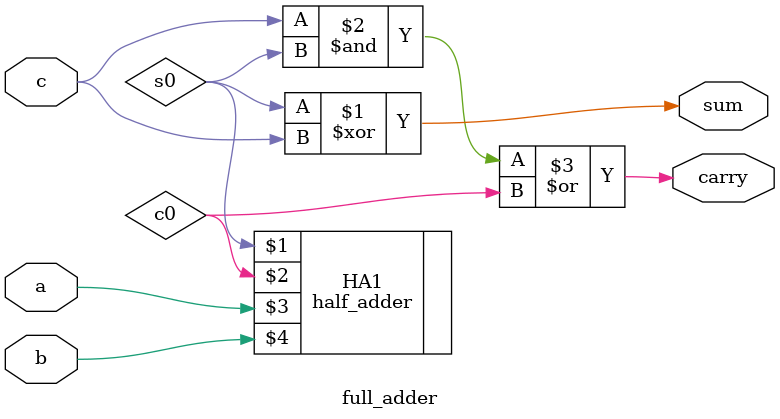
<source format=v>
module full_adder(sum, carry, a,b,c);

input a,b,c;
output sum,carry;
wire s0,c0;
half_adder HA1 (s0,c0,a,b);
assign sum = s0^c;
assign carry = (c&s0) | c0;

endmodule
</source>
